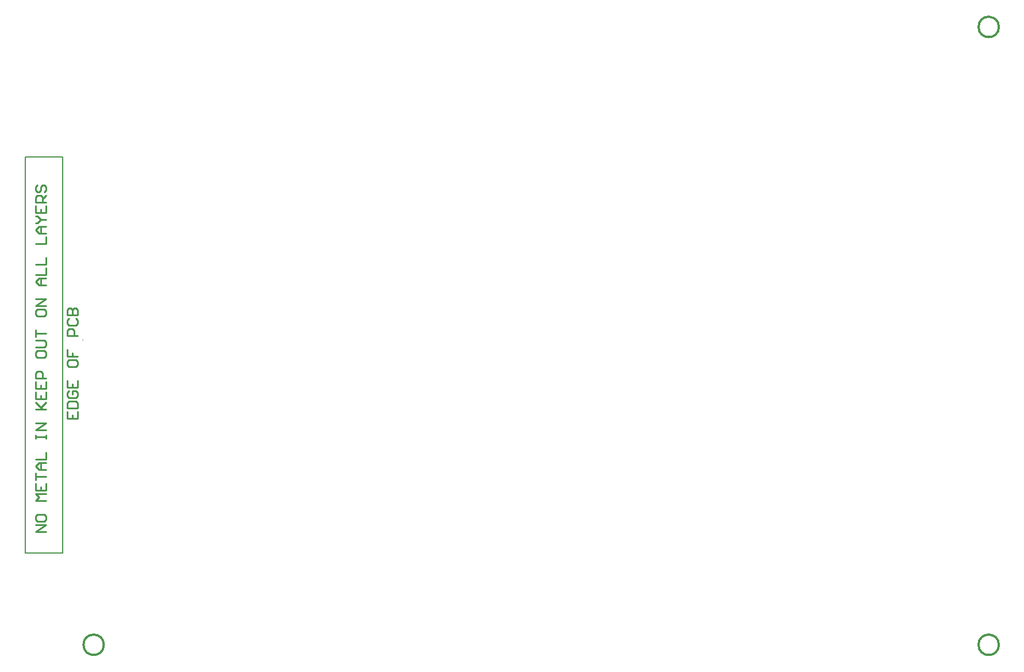
<source format=gko>
G04*
G04 #@! TF.GenerationSoftware,Altium Limited,CircuitStudio,1.5.2 (1.5.2.30)*
G04*
G04 Layer_Color=16711935*
%FSLAX25Y25*%
%MOIN*%
G70*
G01*
G75*
%ADD37C,0.01181*%
%ADD38C,0.01000*%
%ADD48C,0.00787*%
D37*
X23622Y17717D02*
G03*
X23622Y17717I-5906J0D01*
G01*
X542520Y375984D02*
G03*
X542520Y375984I-5906J0D01*
G01*
Y17717D02*
G03*
X542520Y17717I-5906J0D01*
G01*
D38*
X2270Y153015D02*
Y149016D01*
X8268D01*
Y153015D01*
X5269Y149016D02*
Y151015D01*
X2270Y155014D02*
X8268D01*
Y158013D01*
X7268Y159012D01*
X3269D01*
X2270Y158013D01*
Y155014D01*
X3269Y165011D02*
X2270Y164011D01*
Y162012D01*
X3269Y161012D01*
X7268D01*
X8268Y162012D01*
Y164011D01*
X7268Y165011D01*
X5269D01*
Y163011D01*
X2270Y171009D02*
Y167010D01*
X8268D01*
Y171009D01*
X5269Y167010D02*
Y169009D01*
X2270Y182005D02*
Y180006D01*
X3269Y179006D01*
X7268D01*
X8268Y180006D01*
Y182005D01*
X7268Y183005D01*
X3269D01*
X2270Y182005D01*
Y189003D02*
Y185004D01*
X5269D01*
Y187004D01*
Y185004D01*
X8268D01*
Y197000D02*
X2270D01*
Y199999D01*
X3269Y200999D01*
X5269D01*
X6268Y199999D01*
Y197000D01*
X3269Y206997D02*
X2270Y205997D01*
Y203998D01*
X3269Y202998D01*
X7268D01*
X8268Y203998D01*
Y205997D01*
X7268Y206997D01*
X2270Y208996D02*
X8268D01*
Y211995D01*
X7268Y212995D01*
X6268D01*
X5269Y211995D01*
Y208996D01*
Y211995D01*
X4269Y212995D01*
X3269D01*
X2270Y211995D01*
Y208996D01*
X-9884Y83268D02*
X-15882D01*
X-9884Y87266D01*
X-15882D01*
Y92265D02*
Y90266D01*
X-14882Y89266D01*
X-10884D01*
X-9884Y90266D01*
Y92265D01*
X-10884Y93265D01*
X-14882D01*
X-15882Y92265D01*
X-9884Y101262D02*
X-15882D01*
X-13883Y103261D01*
X-15882Y105261D01*
X-9884D01*
X-15882Y111259D02*
Y107260D01*
X-9884D01*
Y111259D01*
X-12883Y107260D02*
Y109259D01*
X-15882Y113258D02*
Y117257D01*
Y115257D01*
X-9884D01*
Y119256D02*
X-13883D01*
X-15882Y121255D01*
X-13883Y123255D01*
X-9884D01*
X-12883D01*
Y119256D01*
X-15882Y125254D02*
X-9884D01*
Y129253D01*
X-15882Y137250D02*
Y139250D01*
Y138250D01*
X-9884D01*
Y137250D01*
Y139250D01*
Y142249D02*
X-15882D01*
X-9884Y146247D01*
X-15882D01*
Y154245D02*
X-9884D01*
X-11883D01*
X-15882Y158244D01*
X-12883Y155244D01*
X-9884Y158244D01*
X-15882Y164242D02*
Y160243D01*
X-9884D01*
Y164242D01*
X-12883Y160243D02*
Y162242D01*
X-15882Y170240D02*
Y166241D01*
X-9884D01*
Y170240D01*
X-12883Y166241D02*
Y168240D01*
X-9884Y172239D02*
X-15882D01*
Y175238D01*
X-14882Y176238D01*
X-12883D01*
X-11883Y175238D01*
Y172239D01*
X-15882Y187234D02*
Y185235D01*
X-14882Y184235D01*
X-10884D01*
X-9884Y185235D01*
Y187234D01*
X-10884Y188234D01*
X-14882D01*
X-15882Y187234D01*
Y190233D02*
X-10884D01*
X-9884Y191233D01*
Y193232D01*
X-10884Y194232D01*
X-15882D01*
Y196231D02*
Y200230D01*
Y198231D01*
X-9884D01*
X-15882Y211226D02*
Y209227D01*
X-14882Y208227D01*
X-10884D01*
X-9884Y209227D01*
Y211226D01*
X-10884Y212226D01*
X-14882D01*
X-15882Y211226D01*
X-9884Y214225D02*
X-15882D01*
X-9884Y218224D01*
X-15882D01*
X-9884Y226221D02*
X-13883D01*
X-15882Y228221D01*
X-13883Y230220D01*
X-9884D01*
X-12883D01*
Y226221D01*
X-15882Y232220D02*
X-9884D01*
Y236218D01*
X-15882Y238218D02*
X-9884D01*
Y242216D01*
X-15882Y250214D02*
X-9884D01*
Y254212D01*
Y256212D02*
X-13883D01*
X-15882Y258211D01*
X-13883Y260210D01*
X-9884D01*
X-12883D01*
Y256212D01*
X-15882Y262210D02*
X-14882D01*
X-12883Y264209D01*
X-14882Y266209D01*
X-15882D01*
X-12883Y264209D02*
X-9884D01*
X-15882Y272207D02*
Y268208D01*
X-9884D01*
Y272207D01*
X-12883Y268208D02*
Y270207D01*
X-9884Y274206D02*
X-15882D01*
Y277205D01*
X-14882Y278205D01*
X-12883D01*
X-11883Y277205D01*
Y274206D01*
Y276205D02*
X-9884Y278205D01*
X-14882Y284203D02*
X-15882Y283203D01*
Y281204D01*
X-14882Y280204D01*
X-13883D01*
X-12883Y281204D01*
Y283203D01*
X-11883Y284203D01*
X-10884D01*
X-9884Y283203D01*
Y281204D01*
X-10884Y280204D01*
D48*
X11417Y194685D02*
X11417Y194685D01*
Y194685D02*
Y194685D01*
X-394Y194685D02*
Y194685D01*
X-394Y178937D02*
Y300590D01*
X-394Y71063D02*
Y178937D01*
X-22047Y71063D02*
Y300590D01*
X-394D01*
X-22047Y71063D02*
X-394D01*
M02*

</source>
